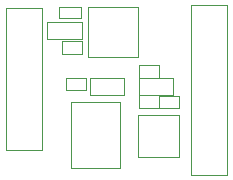
<source format=gbr>
G04 #@! TF.GenerationSoftware,KiCad,Pcbnew,(5.1.5)-3*
G04 #@! TF.CreationDate,2020-05-29T14:49:26+09:00*
G04 #@! TF.ProjectId,FMU3_Sensors_make,464d5533-5f53-4656-9e73-6f72735f6d61,rev?*
G04 #@! TF.SameCoordinates,Original*
G04 #@! TF.FileFunction,Other,User*
%FSLAX46Y46*%
G04 Gerber Fmt 4.6, Leading zero omitted, Abs format (unit mm)*
G04 Created by KiCad (PCBNEW (5.1.5)-3) date 2020-05-29 14:49:26*
%MOMM*%
%LPD*%
G04 APERTURE LIST*
%ADD10C,0.050000*%
%ADD11C,0.120000*%
G04 APERTURE END LIST*
D10*
X142620000Y-31830000D02*
X142620000Y-30750000D01*
X140920000Y-31830000D02*
X142620000Y-31830000D01*
X140920000Y-30750000D02*
X140920000Y-31830000D01*
X142620000Y-30750000D02*
X140920000Y-30750000D01*
X136650000Y-23290000D02*
X140890000Y-23290000D01*
X140890000Y-23290000D02*
X140890000Y-27530000D01*
X140890000Y-27530000D02*
X136650000Y-27530000D01*
X136650000Y-27530000D02*
X136650000Y-23290000D01*
X142610000Y-28190000D02*
X140910000Y-28190000D01*
X140910000Y-28190000D02*
X140910000Y-29270000D01*
X140910000Y-29270000D02*
X142610000Y-29270000D01*
X142610000Y-29270000D02*
X142610000Y-28190000D01*
X140925000Y-30725000D02*
X143855000Y-30725000D01*
X140925000Y-29295000D02*
X143855000Y-29295000D01*
X140925000Y-30725000D02*
X140925000Y-29295000D01*
X143855000Y-30725000D02*
X143855000Y-29295000D01*
X144350000Y-30770000D02*
X142650000Y-30770000D01*
X142650000Y-30770000D02*
X142650000Y-31850000D01*
X142650000Y-31850000D02*
X144350000Y-31850000D01*
X144350000Y-31850000D02*
X144350000Y-30770000D01*
D11*
X132700001Y-35400000D02*
X132700001Y-23350000D01*
X129700001Y-35400000D02*
X132700001Y-35400000D01*
X129700001Y-23350000D02*
X129700001Y-35400000D01*
X132700001Y-23350000D02*
X129700001Y-23350000D01*
D10*
X133145000Y-24565000D02*
X133145000Y-25995000D01*
X136075000Y-24565000D02*
X136075000Y-25995000D01*
X136075000Y-25995000D02*
X133145000Y-25995000D01*
X136075000Y-24565000D02*
X133145000Y-24565000D01*
X134380000Y-27240000D02*
X136080000Y-27240000D01*
X136080000Y-27240000D02*
X136080000Y-26160000D01*
X136080000Y-26160000D02*
X134380000Y-26160000D01*
X134380000Y-26160000D02*
X134380000Y-27240000D01*
X139695000Y-29285000D02*
X136765000Y-29285000D01*
X139695000Y-30715000D02*
X136765000Y-30715000D01*
X139695000Y-29285000D02*
X139695000Y-30715000D01*
X136765000Y-29285000D02*
X136765000Y-30715000D01*
X136470000Y-30320000D02*
X136470000Y-29240000D01*
X134770000Y-30320000D02*
X136470000Y-30320000D01*
X134770000Y-29240000D02*
X134770000Y-30320000D01*
X136470000Y-29240000D02*
X134770000Y-29240000D01*
D11*
X148370000Y-37490000D02*
X148370000Y-23120000D01*
X145370000Y-23120000D02*
X145370000Y-37490000D01*
X148370000Y-23120000D02*
X145370000Y-23120000D01*
X145370000Y-37490000D02*
X148370000Y-37490000D01*
D10*
X136060000Y-23290000D02*
X136060000Y-24230000D01*
X136060000Y-24230000D02*
X134200000Y-24230000D01*
X134200000Y-24230000D02*
X134200000Y-23290000D01*
X134200000Y-23290000D02*
X136060000Y-23290000D01*
X135150000Y-31300000D02*
X135150000Y-36860000D01*
X135150000Y-36860000D02*
X139370000Y-36860000D01*
X139370000Y-36860000D02*
X139370000Y-31300000D01*
X139370000Y-31300000D02*
X135150000Y-31300000D01*
X140840000Y-32450000D02*
X144360000Y-32450000D01*
X144360000Y-32450000D02*
X144360000Y-35960000D01*
X144360000Y-35960000D02*
X140840000Y-35970000D01*
X140840000Y-35970000D02*
X140840000Y-32450000D01*
M02*

</source>
